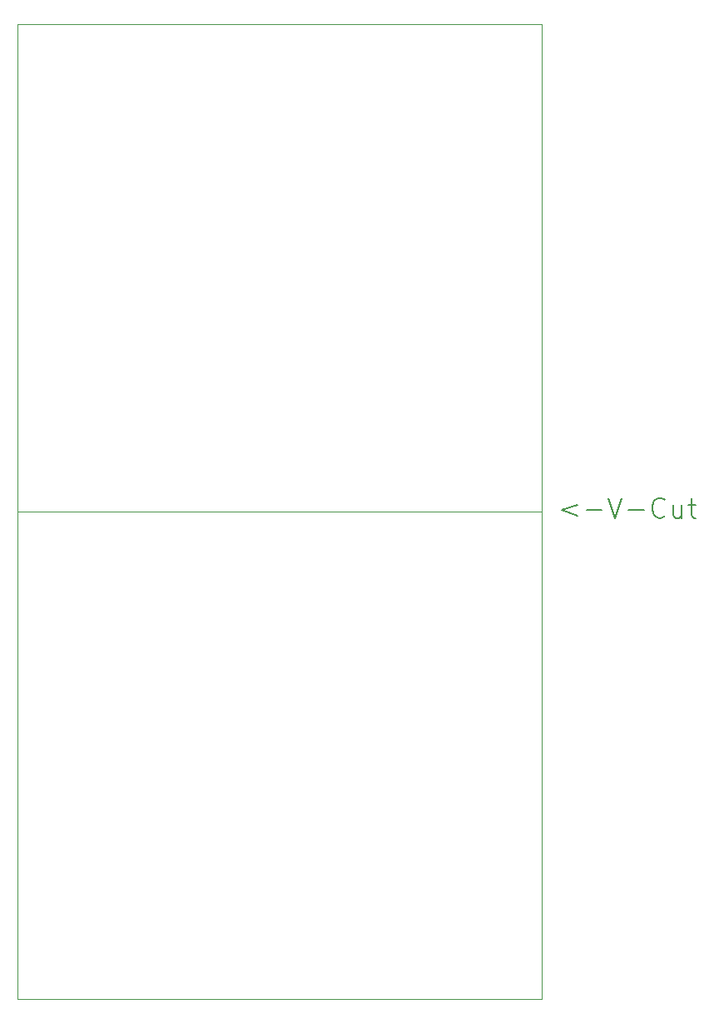
<source format=gbr>
G04 #@! TF.GenerationSoftware,KiCad,Pcbnew,8.0.2*
G04 #@! TF.CreationDate,2024-05-23T02:02:48+09:00*
G04 #@! TF.ProjectId,5way_lcd_interface,35776179-5f6c-4636-945f-696e74657266,1.0*
G04 #@! TF.SameCoordinates,Original*
G04 #@! TF.FileFunction,Profile,NP*
%FSLAX46Y46*%
G04 Gerber Fmt 4.6, Leading zero omitted, Abs format (unit mm)*
G04 Created by KiCad (PCBNEW 8.0.2) date 2024-05-23 02:02:48*
%MOMM*%
%LPD*%
G01*
G04 APERTURE LIST*
%ADD10C,0.150000*%
G04 #@! TA.AperFunction,Profile*
%ADD11C,0.050000*%
G04 #@! TD*
G04 #@! TA.AperFunction,Profile*
%ADD12C,0.101600*%
G04 #@! TD*
G04 APERTURE END LIST*
D10*
X161083884Y-102122455D02*
X159535693Y-102703026D01*
X159535693Y-102703026D02*
X161083884Y-103283598D01*
X162051503Y-102703026D02*
X163599694Y-102703026D01*
X164277027Y-101445121D02*
X164954361Y-103477121D01*
X164954361Y-103477121D02*
X165631694Y-101445121D01*
X166309027Y-102703026D02*
X167857218Y-102703026D01*
X169985980Y-103283598D02*
X169889218Y-103380360D01*
X169889218Y-103380360D02*
X169598932Y-103477121D01*
X169598932Y-103477121D02*
X169405408Y-103477121D01*
X169405408Y-103477121D02*
X169115123Y-103380360D01*
X169115123Y-103380360D02*
X168921599Y-103186836D01*
X168921599Y-103186836D02*
X168824837Y-102993312D01*
X168824837Y-102993312D02*
X168728075Y-102606264D01*
X168728075Y-102606264D02*
X168728075Y-102315979D01*
X168728075Y-102315979D02*
X168824837Y-101928931D01*
X168824837Y-101928931D02*
X168921599Y-101735407D01*
X168921599Y-101735407D02*
X169115123Y-101541883D01*
X169115123Y-101541883D02*
X169405408Y-101445121D01*
X169405408Y-101445121D02*
X169598932Y-101445121D01*
X169598932Y-101445121D02*
X169889218Y-101541883D01*
X169889218Y-101541883D02*
X169985980Y-101638645D01*
X171727694Y-102122455D02*
X171727694Y-103477121D01*
X170856837Y-102122455D02*
X170856837Y-103186836D01*
X170856837Y-103186836D02*
X170953599Y-103380360D01*
X170953599Y-103380360D02*
X171147123Y-103477121D01*
X171147123Y-103477121D02*
X171437408Y-103477121D01*
X171437408Y-103477121D02*
X171630932Y-103380360D01*
X171630932Y-103380360D02*
X171727694Y-103283598D01*
X172405027Y-102122455D02*
X173179123Y-102122455D01*
X172695313Y-101445121D02*
X172695313Y-103186836D01*
X172695313Y-103186836D02*
X172792075Y-103380360D01*
X172792075Y-103380360D02*
X172985599Y-103477121D01*
X172985599Y-103477121D02*
X173179123Y-103477121D01*
D11*
X104140000Y-152400000D02*
X157480000Y-152400000D01*
X157480000Y-53340000D02*
X157480000Y-152400000D01*
X104140000Y-152400000D02*
X104140000Y-53340000D01*
X104140000Y-53340000D02*
X157480000Y-53340000D01*
D12*
X104140000Y-102870000D02*
X157480000Y-102870000D01*
M02*

</source>
